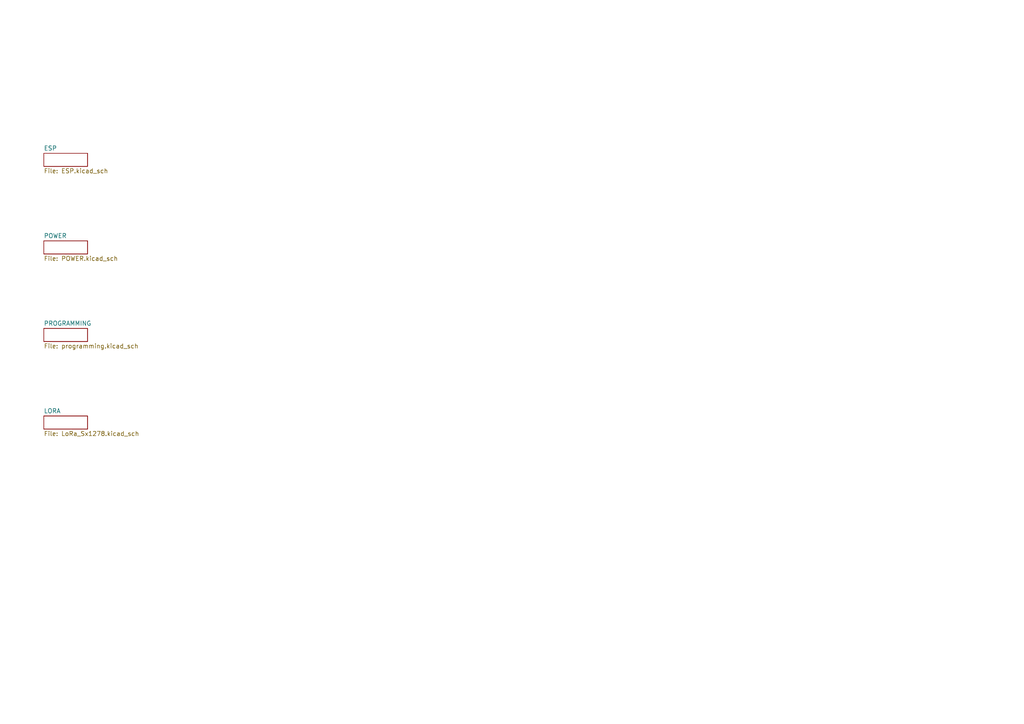
<source format=kicad_sch>
(kicad_sch
	(version 20250114)
	(generator "eeschema")
	(generator_version "9.0")
	(uuid "27cd7fd2-ffbc-4bbd-b2eb-0eb9eaf04b37")
	(paper "A4")
	(lib_symbols)
	(sheet
		(at 12.7 44.45)
		(size 12.7 3.81)
		(exclude_from_sim no)
		(in_bom yes)
		(on_board yes)
		(dnp no)
		(fields_autoplaced yes)
		(stroke
			(width 0.1524)
			(type solid)
		)
		(fill
			(color 0 0 0 0.0000)
		)
		(uuid "0c63c263-db8b-4c42-9209-6d4dbc2c3444")
		(property "Sheetname" "ESP"
			(at 12.7 43.7384 0)
			(effects
				(font
					(size 1.27 1.27)
				)
				(justify left bottom)
			)
		)
		(property "Sheetfile" "ESP.kicad_sch"
			(at 12.7 48.8446 0)
			(effects
				(font
					(size 1.27 1.27)
				)
				(justify left top)
			)
		)
		(instances
			(project "BE_PROJECT_PCB_2"
				(path "/27cd7fd2-ffbc-4bbd-b2eb-0eb9eaf04b37"
					(page "2")
				)
			)
		)
	)
	(sheet
		(at 12.7 69.85)
		(size 12.7 3.81)
		(exclude_from_sim no)
		(in_bom yes)
		(on_board yes)
		(dnp no)
		(fields_autoplaced yes)
		(stroke
			(width 0.1524)
			(type solid)
		)
		(fill
			(color 0 0 0 0.0000)
		)
		(uuid "6a39dcec-7f7c-4626-8c71-ee63d18616b7")
		(property "Sheetname" "POWER"
			(at 12.7 69.1384 0)
			(effects
				(font
					(size 1.27 1.27)
				)
				(justify left bottom)
			)
		)
		(property "Sheetfile" "POWER.kicad_sch"
			(at 12.7 74.2446 0)
			(effects
				(font
					(size 1.27 1.27)
				)
				(justify left top)
			)
		)
		(instances
			(project "BE_PROJECT_PCB_2"
				(path "/27cd7fd2-ffbc-4bbd-b2eb-0eb9eaf04b37"
					(page "3")
				)
			)
		)
	)
	(sheet
		(at 12.7 120.65)
		(size 12.7 3.81)
		(exclude_from_sim no)
		(in_bom yes)
		(on_board yes)
		(dnp no)
		(fields_autoplaced yes)
		(stroke
			(width 0.1524)
			(type solid)
		)
		(fill
			(color 0 0 0 0.0000)
		)
		(uuid "ca05b0b5-39b1-4905-84bc-8642a73d7db9")
		(property "Sheetname" "LORA"
			(at 12.7 119.9384 0)
			(effects
				(font
					(size 1.27 1.27)
				)
				(justify left bottom)
			)
		)
		(property "Sheetfile" "LoRa_Sx1278.kicad_sch"
			(at 12.7 125.0446 0)
			(effects
				(font
					(size 1.27 1.27)
				)
				(justify left top)
			)
		)
		(instances
			(project "BE_PROJECT_PCB_2"
				(path "/27cd7fd2-ffbc-4bbd-b2eb-0eb9eaf04b37"
					(page "5")
				)
			)
		)
	)
	(sheet
		(at 12.7 95.25)
		(size 12.7 3.81)
		(exclude_from_sim no)
		(in_bom yes)
		(on_board yes)
		(dnp no)
		(fields_autoplaced yes)
		(stroke
			(width 0.1524)
			(type solid)
		)
		(fill
			(color 0 0 0 0.0000)
		)
		(uuid "fc0501c4-753f-499f-8dcb-a65d8fd393fd")
		(property "Sheetname" "PROGRAMMING"
			(at 12.7 94.5384 0)
			(effects
				(font
					(size 1.27 1.27)
				)
				(justify left bottom)
			)
		)
		(property "Sheetfile" "programming.kicad_sch"
			(at 12.7 99.6446 0)
			(effects
				(font
					(size 1.27 1.27)
				)
				(justify left top)
			)
		)
		(instances
			(project "BE_PROJECT_PCB_2"
				(path "/27cd7fd2-ffbc-4bbd-b2eb-0eb9eaf04b37"
					(page "4")
				)
			)
		)
	)
	(sheet_instances
		(path "/"
			(page "1")
		)
	)
	(embedded_fonts no)
)

</source>
